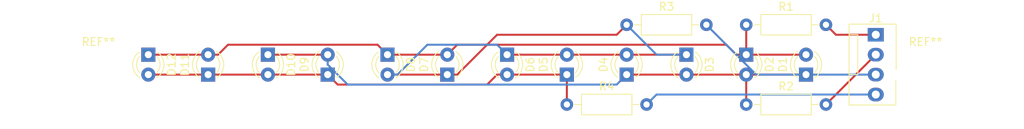
<source format=kicad_pcb>
(kicad_pcb (version 4) (host pcbnew 4.0.7-e2-6376~61~ubuntu18.04.1)

  (general
    (links 28)
    (no_connects 0)
    (area 25.471429 66.565 157.408572 83.395)
    (thickness 1.6)
    (drawings 0)
    (tracks 51)
    (zones 0)
    (modules 19)
    (nets 9)
  )

  (page A4)
  (layers
    (0 F.Cu signal)
    (31 B.Cu signal)
    (32 B.Adhes user)
    (33 F.Adhes user)
    (34 B.Paste user)
    (35 F.Paste user)
    (36 B.SilkS user)
    (37 F.SilkS user)
    (38 B.Mask user)
    (39 F.Mask user)
    (40 Dwgs.User user)
    (41 Cmts.User user)
    (42 Eco1.User user)
    (43 Eco2.User user)
    (44 Edge.Cuts user)
    (45 Margin user)
    (46 B.CrtYd user)
    (47 F.CrtYd user)
    (48 B.Fab user)
    (49 F.Fab user)
  )

  (setup
    (last_trace_width 0.25)
    (trace_clearance 0.2)
    (zone_clearance 0.508)
    (zone_45_only no)
    (trace_min 0.2)
    (segment_width 0.2)
    (edge_width 0.15)
    (via_size 0.6)
    (via_drill 0.4)
    (via_min_size 0.4)
    (via_min_drill 0.3)
    (uvia_size 0.3)
    (uvia_drill 0.1)
    (uvias_allowed no)
    (uvia_min_size 0.2)
    (uvia_min_drill 0.1)
    (pcb_text_width 0.3)
    (pcb_text_size 1.5 1.5)
    (mod_edge_width 0.15)
    (mod_text_size 1 1)
    (mod_text_width 0.15)
    (pad_size 1.524 1.524)
    (pad_drill 0.762)
    (pad_to_mask_clearance 0.2)
    (aux_axis_origin 0 0)
    (visible_elements FFFFF77F)
    (pcbplotparams
      (layerselection 0x00030_80000001)
      (usegerberextensions false)
      (excludeedgelayer true)
      (linewidth 0.100000)
      (plotframeref false)
      (viasonmask false)
      (mode 1)
      (useauxorigin false)
      (hpglpennumber 1)
      (hpglpenspeed 20)
      (hpglpendiameter 15)
      (hpglpenoverlay 2)
      (psnegative false)
      (psa4output false)
      (plotreference true)
      (plotvalue true)
      (plotinvisibletext false)
      (padsonsilk false)
      (subtractmaskfromsilk false)
      (outputformat 1)
      (mirror false)
      (drillshape 1)
      (scaleselection 1)
      (outputdirectory ""))
  )

  (net 0 "")
  (net 1 "Net-(D1-Pad1)")
  (net 2 "Net-(D1-Pad2)")
  (net 3 "Net-(D3-Pad1)")
  (net 4 "Net-(D10-Pad2)")
  (net 5 PIN1)
  (net 6 PIN2)
  (net 7 PIN3)
  (net 8 PIN4)

  (net_class Default "This is the default net class."
    (clearance 0.2)
    (trace_width 0.25)
    (via_dia 0.6)
    (via_drill 0.4)
    (uvia_dia 0.3)
    (uvia_drill 0.1)
    (add_net "Net-(D1-Pad1)")
    (add_net "Net-(D1-Pad2)")
    (add_net "Net-(D10-Pad2)")
    (add_net "Net-(D3-Pad1)")
    (add_net PIN1)
    (add_net PIN2)
    (add_net PIN3)
    (add_net PIN4)
  )

  (module LEDs:LED_D3.0mm (layer F.Cu) (tedit 587A3A7B) (tstamp 5B203880)
    (at 97.79 76.2 90)
    (descr "LED, diameter 3.0mm, 2 pins")
    (tags "LED diameter 3.0mm 2 pins")
    (path /5B1EF05E)
    (fp_text reference D5 (at 1.27 -2.96 90) (layer F.SilkS)
      (effects (font (size 1 1) (thickness 0.15)))
    )
    (fp_text value LED (at 1.27 2.96 90) (layer F.Fab)
      (effects (font (size 1 1) (thickness 0.15)))
    )
    (fp_arc (start 1.27 0) (end -0.23 -1.16619) (angle 284.3) (layer F.Fab) (width 0.1))
    (fp_arc (start 1.27 0) (end -0.29 -1.235516) (angle 108.8) (layer F.SilkS) (width 0.12))
    (fp_arc (start 1.27 0) (end -0.29 1.235516) (angle -108.8) (layer F.SilkS) (width 0.12))
    (fp_arc (start 1.27 0) (end 0.229039 -1.08) (angle 87.9) (layer F.SilkS) (width 0.12))
    (fp_arc (start 1.27 0) (end 0.229039 1.08) (angle -87.9) (layer F.SilkS) (width 0.12))
    (fp_circle (center 1.27 0) (end 2.77 0) (layer F.Fab) (width 0.1))
    (fp_line (start -0.23 -1.16619) (end -0.23 1.16619) (layer F.Fab) (width 0.1))
    (fp_line (start -0.29 -1.236) (end -0.29 -1.08) (layer F.SilkS) (width 0.12))
    (fp_line (start -0.29 1.08) (end -0.29 1.236) (layer F.SilkS) (width 0.12))
    (fp_line (start -1.15 -2.25) (end -1.15 2.25) (layer F.CrtYd) (width 0.05))
    (fp_line (start -1.15 2.25) (end 3.7 2.25) (layer F.CrtYd) (width 0.05))
    (fp_line (start 3.7 2.25) (end 3.7 -2.25) (layer F.CrtYd) (width 0.05))
    (fp_line (start 3.7 -2.25) (end -1.15 -2.25) (layer F.CrtYd) (width 0.05))
    (pad 1 thru_hole rect (at 0 0 90) (size 1.8 1.8) (drill 0.9) (layers *.Cu *.Mask)
      (net 4 "Net-(D10-Pad2)"))
    (pad 2 thru_hole circle (at 2.54 0 90) (size 1.8 1.8) (drill 0.9) (layers *.Cu *.Mask)
      (net 3 "Net-(D3-Pad1)"))
    (model ${KISYS3DMOD}/LEDs.3dshapes/LED_D3.0mm.wrl
      (at (xyz 0 0 0))
      (scale (xyz 0.393701 0.393701 0.393701))
      (rotate (xyz 0 0 0))
    )
  )

  (module LEDs:LED_D3.0mm (layer F.Cu) (tedit 5B20B694) (tstamp 5B203834)
    (at 128.27 76.2 90)
    (descr "LED, diameter 3.0mm, 2 pins")
    (tags "LED diameter 3.0mm 2 pins")
    (path /5B1EEEC4)
    (fp_text reference D1 (at 1.27 -2.96 90) (layer F.SilkS)
      (effects (font (size 1 1) (thickness 0.15)))
    )
    (fp_text value LED (at 1.27 2.96 180) (layer F.Fab)
      (effects (font (size 1 1) (thickness 0.15)))
    )
    (fp_arc (start 1.27 0) (end -0.23 -1.16619) (angle 284.3) (layer F.Fab) (width 0.1))
    (fp_arc (start 1.27 0) (end -0.29 -1.235516) (angle 108.8) (layer F.SilkS) (width 0.12))
    (fp_arc (start 1.27 0) (end -0.29 1.235516) (angle -108.8) (layer F.SilkS) (width 0.12))
    (fp_arc (start 1.27 0) (end 0.229039 -1.08) (angle 87.9) (layer F.SilkS) (width 0.12))
    (fp_arc (start 1.27 0) (end 0.229039 1.08) (angle -87.9) (layer F.SilkS) (width 0.12))
    (fp_circle (center 1.27 0) (end 2.77 0) (layer F.Fab) (width 0.1))
    (fp_line (start -0.23 -1.16619) (end -0.23 1.16619) (layer F.Fab) (width 0.1))
    (fp_line (start -0.29 -1.236) (end -0.29 -1.08) (layer F.SilkS) (width 0.12))
    (fp_line (start -0.29 1.08) (end -0.29 1.236) (layer F.SilkS) (width 0.12))
    (fp_line (start -1.15 -2.25) (end -1.15 2.25) (layer F.CrtYd) (width 0.05))
    (fp_line (start -1.15 2.25) (end 3.7 2.25) (layer F.CrtYd) (width 0.05))
    (fp_line (start 3.7 2.25) (end 3.7 -2.25) (layer F.CrtYd) (width 0.05))
    (fp_line (start 3.7 -2.25) (end -1.15 -2.25) (layer F.CrtYd) (width 0.05))
    (pad 1 thru_hole rect (at 0 0 90) (size 1.8 1.8) (drill 0.9) (layers *.Cu *.Mask)
      (net 1 "Net-(D1-Pad1)"))
    (pad 2 thru_hole circle (at 2.54 0 90) (size 1.8 1.8) (drill 0.9) (layers *.Cu *.Mask)
      (net 2 "Net-(D1-Pad2)"))
    (model ${KISYS3DMOD}/LEDs.3dshapes/LED_D3.0mm.wrl
      (at (xyz 0 0 0))
      (scale (xyz 0.393701 0.393701 0.393701))
      (rotate (xyz 0 0 0))
    )
  )

  (module LEDs:LED_D3.0mm (layer F.Cu) (tedit 587A3A7B) (tstamp 5B203847)
    (at 120.65 73.66 270)
    (descr "LED, diameter 3.0mm, 2 pins")
    (tags "LED diameter 3.0mm 2 pins")
    (path /5B1EEEFF)
    (fp_text reference D2 (at 1.27 -2.96 270) (layer F.SilkS)
      (effects (font (size 1 1) (thickness 0.15)))
    )
    (fp_text value LED (at 1.27 2.96 270) (layer F.Fab)
      (effects (font (size 1 1) (thickness 0.15)))
    )
    (fp_arc (start 1.27 0) (end -0.23 -1.16619) (angle 284.3) (layer F.Fab) (width 0.1))
    (fp_arc (start 1.27 0) (end -0.29 -1.235516) (angle 108.8) (layer F.SilkS) (width 0.12))
    (fp_arc (start 1.27 0) (end -0.29 1.235516) (angle -108.8) (layer F.SilkS) (width 0.12))
    (fp_arc (start 1.27 0) (end 0.229039 -1.08) (angle 87.9) (layer F.SilkS) (width 0.12))
    (fp_arc (start 1.27 0) (end 0.229039 1.08) (angle -87.9) (layer F.SilkS) (width 0.12))
    (fp_circle (center 1.27 0) (end 2.77 0) (layer F.Fab) (width 0.1))
    (fp_line (start -0.23 -1.16619) (end -0.23 1.16619) (layer F.Fab) (width 0.1))
    (fp_line (start -0.29 -1.236) (end -0.29 -1.08) (layer F.SilkS) (width 0.12))
    (fp_line (start -0.29 1.08) (end -0.29 1.236) (layer F.SilkS) (width 0.12))
    (fp_line (start -1.15 -2.25) (end -1.15 2.25) (layer F.CrtYd) (width 0.05))
    (fp_line (start -1.15 2.25) (end 3.7 2.25) (layer F.CrtYd) (width 0.05))
    (fp_line (start 3.7 2.25) (end 3.7 -2.25) (layer F.CrtYd) (width 0.05))
    (fp_line (start 3.7 -2.25) (end -1.15 -2.25) (layer F.CrtYd) (width 0.05))
    (pad 1 thru_hole rect (at 0 0 270) (size 1.8 1.8) (drill 0.9) (layers *.Cu *.Mask)
      (net 2 "Net-(D1-Pad2)"))
    (pad 2 thru_hole circle (at 2.54 0 270) (size 1.8 1.8) (drill 0.9) (layers *.Cu *.Mask)
      (net 1 "Net-(D1-Pad1)"))
    (model ${KISYS3DMOD}/LEDs.3dshapes/LED_D3.0mm.wrl
      (at (xyz 0 0 0))
      (scale (xyz 0.393701 0.393701 0.393701))
      (rotate (xyz 0 0 0))
    )
  )

  (module LEDs:LED_D3.0mm (layer F.Cu) (tedit 587A3A7B) (tstamp 5B20385A)
    (at 113.03 73.66 270)
    (descr "LED, diameter 3.0mm, 2 pins")
    (tags "LED diameter 3.0mm 2 pins")
    (path /5B1EEF3A)
    (fp_text reference D3 (at 1.27 -2.96 270) (layer F.SilkS)
      (effects (font (size 1 1) (thickness 0.15)))
    )
    (fp_text value LED (at 1.27 2.96 270) (layer F.Fab)
      (effects (font (size 1 1) (thickness 0.15)))
    )
    (fp_arc (start 1.27 0) (end -0.23 -1.16619) (angle 284.3) (layer F.Fab) (width 0.1))
    (fp_arc (start 1.27 0) (end -0.29 -1.235516) (angle 108.8) (layer F.SilkS) (width 0.12))
    (fp_arc (start 1.27 0) (end -0.29 1.235516) (angle -108.8) (layer F.SilkS) (width 0.12))
    (fp_arc (start 1.27 0) (end 0.229039 -1.08) (angle 87.9) (layer F.SilkS) (width 0.12))
    (fp_arc (start 1.27 0) (end 0.229039 1.08) (angle -87.9) (layer F.SilkS) (width 0.12))
    (fp_circle (center 1.27 0) (end 2.77 0) (layer F.Fab) (width 0.1))
    (fp_line (start -0.23 -1.16619) (end -0.23 1.16619) (layer F.Fab) (width 0.1))
    (fp_line (start -0.29 -1.236) (end -0.29 -1.08) (layer F.SilkS) (width 0.12))
    (fp_line (start -0.29 1.08) (end -0.29 1.236) (layer F.SilkS) (width 0.12))
    (fp_line (start -1.15 -2.25) (end -1.15 2.25) (layer F.CrtYd) (width 0.05))
    (fp_line (start -1.15 2.25) (end 3.7 2.25) (layer F.CrtYd) (width 0.05))
    (fp_line (start 3.7 2.25) (end 3.7 -2.25) (layer F.CrtYd) (width 0.05))
    (fp_line (start 3.7 -2.25) (end -1.15 -2.25) (layer F.CrtYd) (width 0.05))
    (pad 1 thru_hole rect (at 0 0 270) (size 1.8 1.8) (drill 0.9) (layers *.Cu *.Mask)
      (net 3 "Net-(D3-Pad1)"))
    (pad 2 thru_hole circle (at 2.54 0 270) (size 1.8 1.8) (drill 0.9) (layers *.Cu *.Mask)
      (net 1 "Net-(D1-Pad1)"))
    (model ${KISYS3DMOD}/LEDs.3dshapes/LED_D3.0mm.wrl
      (at (xyz 0 0 0))
      (scale (xyz 0.393701 0.393701 0.393701))
      (rotate (xyz 0 0 0))
    )
  )

  (module LEDs:LED_D3.0mm (layer F.Cu) (tedit 587A3A7B) (tstamp 5B20386D)
    (at 105.41 76.2 90)
    (descr "LED, diameter 3.0mm, 2 pins")
    (tags "LED diameter 3.0mm 2 pins")
    (path /5B1EEFE7)
    (fp_text reference D4 (at 1.27 -2.96 90) (layer F.SilkS)
      (effects (font (size 1 1) (thickness 0.15)))
    )
    (fp_text value LED (at 1.27 2.96 90) (layer F.Fab)
      (effects (font (size 1 1) (thickness 0.15)))
    )
    (fp_arc (start 1.27 0) (end -0.23 -1.16619) (angle 284.3) (layer F.Fab) (width 0.1))
    (fp_arc (start 1.27 0) (end -0.29 -1.235516) (angle 108.8) (layer F.SilkS) (width 0.12))
    (fp_arc (start 1.27 0) (end -0.29 1.235516) (angle -108.8) (layer F.SilkS) (width 0.12))
    (fp_arc (start 1.27 0) (end 0.229039 -1.08) (angle 87.9) (layer F.SilkS) (width 0.12))
    (fp_arc (start 1.27 0) (end 0.229039 1.08) (angle -87.9) (layer F.SilkS) (width 0.12))
    (fp_circle (center 1.27 0) (end 2.77 0) (layer F.Fab) (width 0.1))
    (fp_line (start -0.23 -1.16619) (end -0.23 1.16619) (layer F.Fab) (width 0.1))
    (fp_line (start -0.29 -1.236) (end -0.29 -1.08) (layer F.SilkS) (width 0.12))
    (fp_line (start -0.29 1.08) (end -0.29 1.236) (layer F.SilkS) (width 0.12))
    (fp_line (start -1.15 -2.25) (end -1.15 2.25) (layer F.CrtYd) (width 0.05))
    (fp_line (start -1.15 2.25) (end 3.7 2.25) (layer F.CrtYd) (width 0.05))
    (fp_line (start 3.7 2.25) (end 3.7 -2.25) (layer F.CrtYd) (width 0.05))
    (fp_line (start 3.7 -2.25) (end -1.15 -2.25) (layer F.CrtYd) (width 0.05))
    (pad 1 thru_hole rect (at 0 0 90) (size 1.8 1.8) (drill 0.9) (layers *.Cu *.Mask)
      (net 1 "Net-(D1-Pad1)"))
    (pad 2 thru_hole circle (at 2.54 0 90) (size 1.8 1.8) (drill 0.9) (layers *.Cu *.Mask)
      (net 3 "Net-(D3-Pad1)"))
    (model ${KISYS3DMOD}/LEDs.3dshapes/LED_D3.0mm.wrl
      (at (xyz 0 0 0))
      (scale (xyz 0.393701 0.393701 0.393701))
      (rotate (xyz 0 0 0))
    )
  )

  (module LEDs:LED_D3.0mm (layer F.Cu) (tedit 587A3A7B) (tstamp 5B203893)
    (at 90.17 73.66 270)
    (descr "LED, diameter 3.0mm, 2 pins")
    (tags "LED diameter 3.0mm 2 pins")
    (path /5B1EF0ED)
    (fp_text reference D6 (at 1.27 -2.96 270) (layer F.SilkS)
      (effects (font (size 1 1) (thickness 0.15)))
    )
    (fp_text value LED (at 1.27 2.96 270) (layer F.Fab)
      (effects (font (size 1 1) (thickness 0.15)))
    )
    (fp_arc (start 1.27 0) (end -0.23 -1.16619) (angle 284.3) (layer F.Fab) (width 0.1))
    (fp_arc (start 1.27 0) (end -0.29 -1.235516) (angle 108.8) (layer F.SilkS) (width 0.12))
    (fp_arc (start 1.27 0) (end -0.29 1.235516) (angle -108.8) (layer F.SilkS) (width 0.12))
    (fp_arc (start 1.27 0) (end 0.229039 -1.08) (angle 87.9) (layer F.SilkS) (width 0.12))
    (fp_arc (start 1.27 0) (end 0.229039 1.08) (angle -87.9) (layer F.SilkS) (width 0.12))
    (fp_circle (center 1.27 0) (end 2.77 0) (layer F.Fab) (width 0.1))
    (fp_line (start -0.23 -1.16619) (end -0.23 1.16619) (layer F.Fab) (width 0.1))
    (fp_line (start -0.29 -1.236) (end -0.29 -1.08) (layer F.SilkS) (width 0.12))
    (fp_line (start -0.29 1.08) (end -0.29 1.236) (layer F.SilkS) (width 0.12))
    (fp_line (start -1.15 -2.25) (end -1.15 2.25) (layer F.CrtYd) (width 0.05))
    (fp_line (start -1.15 2.25) (end 3.7 2.25) (layer F.CrtYd) (width 0.05))
    (fp_line (start 3.7 2.25) (end 3.7 -2.25) (layer F.CrtYd) (width 0.05))
    (fp_line (start 3.7 -2.25) (end -1.15 -2.25) (layer F.CrtYd) (width 0.05))
    (pad 1 thru_hole rect (at 0 0 270) (size 1.8 1.8) (drill 0.9) (layers *.Cu *.Mask)
      (net 3 "Net-(D3-Pad1)"))
    (pad 2 thru_hole circle (at 2.54 0 270) (size 1.8 1.8) (drill 0.9) (layers *.Cu *.Mask)
      (net 4 "Net-(D10-Pad2)"))
    (model ${KISYS3DMOD}/LEDs.3dshapes/LED_D3.0mm.wrl
      (at (xyz 0 0 0))
      (scale (xyz 0.393701 0.393701 0.393701))
      (rotate (xyz 0 0 0))
    )
  )

  (module LEDs:LED_D3.0mm (layer F.Cu) (tedit 587A3A7B) (tstamp 5B2038A6)
    (at 82.55 76.2 90)
    (descr "LED, diameter 3.0mm, 2 pins")
    (tags "LED diameter 3.0mm 2 pins")
    (path /5B1EF180)
    (fp_text reference D7 (at 1.27 -2.96 90) (layer F.SilkS)
      (effects (font (size 1 1) (thickness 0.15)))
    )
    (fp_text value LED (at 1.27 2.96 90) (layer F.Fab)
      (effects (font (size 1 1) (thickness 0.15)))
    )
    (fp_arc (start 1.27 0) (end -0.23 -1.16619) (angle 284.3) (layer F.Fab) (width 0.1))
    (fp_arc (start 1.27 0) (end -0.29 -1.235516) (angle 108.8) (layer F.SilkS) (width 0.12))
    (fp_arc (start 1.27 0) (end -0.29 1.235516) (angle -108.8) (layer F.SilkS) (width 0.12))
    (fp_arc (start 1.27 0) (end 0.229039 -1.08) (angle 87.9) (layer F.SilkS) (width 0.12))
    (fp_arc (start 1.27 0) (end 0.229039 1.08) (angle -87.9) (layer F.SilkS) (width 0.12))
    (fp_circle (center 1.27 0) (end 2.77 0) (layer F.Fab) (width 0.1))
    (fp_line (start -0.23 -1.16619) (end -0.23 1.16619) (layer F.Fab) (width 0.1))
    (fp_line (start -0.29 -1.236) (end -0.29 -1.08) (layer F.SilkS) (width 0.12))
    (fp_line (start -0.29 1.08) (end -0.29 1.236) (layer F.SilkS) (width 0.12))
    (fp_line (start -1.15 -2.25) (end -1.15 2.25) (layer F.CrtYd) (width 0.05))
    (fp_line (start -1.15 2.25) (end 3.7 2.25) (layer F.CrtYd) (width 0.05))
    (fp_line (start 3.7 2.25) (end 3.7 -2.25) (layer F.CrtYd) (width 0.05))
    (fp_line (start 3.7 -2.25) (end -1.15 -2.25) (layer F.CrtYd) (width 0.05))
    (pad 1 thru_hole rect (at 0 0 90) (size 1.8 1.8) (drill 0.9) (layers *.Cu *.Mask)
      (net 3 "Net-(D3-Pad1)"))
    (pad 2 thru_hole circle (at 2.54 0 90) (size 1.8 1.8) (drill 0.9) (layers *.Cu *.Mask)
      (net 2 "Net-(D1-Pad2)"))
    (model ${KISYS3DMOD}/LEDs.3dshapes/LED_D3.0mm.wrl
      (at (xyz 0 0 0))
      (scale (xyz 0.393701 0.393701 0.393701))
      (rotate (xyz 0 0 0))
    )
  )

  (module LEDs:LED_D3.0mm (layer F.Cu) (tedit 587A3A7B) (tstamp 5B2038B9)
    (at 74.93 73.66 270)
    (descr "LED, diameter 3.0mm, 2 pins")
    (tags "LED diameter 3.0mm 2 pins")
    (path /5B1EF275)
    (fp_text reference D8 (at 1.27 -2.96 270) (layer F.SilkS)
      (effects (font (size 1 1) (thickness 0.15)))
    )
    (fp_text value LED (at 1.27 2.96 270) (layer F.Fab)
      (effects (font (size 1 1) (thickness 0.15)))
    )
    (fp_arc (start 1.27 0) (end -0.23 -1.16619) (angle 284.3) (layer F.Fab) (width 0.1))
    (fp_arc (start 1.27 0) (end -0.29 -1.235516) (angle 108.8) (layer F.SilkS) (width 0.12))
    (fp_arc (start 1.27 0) (end -0.29 1.235516) (angle -108.8) (layer F.SilkS) (width 0.12))
    (fp_arc (start 1.27 0) (end 0.229039 -1.08) (angle 87.9) (layer F.SilkS) (width 0.12))
    (fp_arc (start 1.27 0) (end 0.229039 1.08) (angle -87.9) (layer F.SilkS) (width 0.12))
    (fp_circle (center 1.27 0) (end 2.77 0) (layer F.Fab) (width 0.1))
    (fp_line (start -0.23 -1.16619) (end -0.23 1.16619) (layer F.Fab) (width 0.1))
    (fp_line (start -0.29 -1.236) (end -0.29 -1.08) (layer F.SilkS) (width 0.12))
    (fp_line (start -0.29 1.08) (end -0.29 1.236) (layer F.SilkS) (width 0.12))
    (fp_line (start -1.15 -2.25) (end -1.15 2.25) (layer F.CrtYd) (width 0.05))
    (fp_line (start -1.15 2.25) (end 3.7 2.25) (layer F.CrtYd) (width 0.05))
    (fp_line (start 3.7 2.25) (end 3.7 -2.25) (layer F.CrtYd) (width 0.05))
    (fp_line (start 3.7 -2.25) (end -1.15 -2.25) (layer F.CrtYd) (width 0.05))
    (pad 1 thru_hole rect (at 0 0 270) (size 1.8 1.8) (drill 0.9) (layers *.Cu *.Mask)
      (net 2 "Net-(D1-Pad2)"))
    (pad 2 thru_hole circle (at 2.54 0 270) (size 1.8 1.8) (drill 0.9) (layers *.Cu *.Mask)
      (net 3 "Net-(D3-Pad1)"))
    (model ${KISYS3DMOD}/LEDs.3dshapes/LED_D3.0mm.wrl
      (at (xyz 0 0 0))
      (scale (xyz 0.393701 0.393701 0.393701))
      (rotate (xyz 0 0 0))
    )
  )

  (module LEDs:LED_D3.0mm (layer F.Cu) (tedit 587A3A7B) (tstamp 5B2038CC)
    (at 67.31 76.2 90)
    (descr "LED, diameter 3.0mm, 2 pins")
    (tags "LED diameter 3.0mm 2 pins")
    (path /5B1EF5BE)
    (fp_text reference D9 (at 1.27 -2.96 90) (layer F.SilkS)
      (effects (font (size 1 1) (thickness 0.15)))
    )
    (fp_text value LED (at 1.27 2.96 90) (layer F.Fab)
      (effects (font (size 1 1) (thickness 0.15)))
    )
    (fp_arc (start 1.27 0) (end -0.23 -1.16619) (angle 284.3) (layer F.Fab) (width 0.1))
    (fp_arc (start 1.27 0) (end -0.29 -1.235516) (angle 108.8) (layer F.SilkS) (width 0.12))
    (fp_arc (start 1.27 0) (end -0.29 1.235516) (angle -108.8) (layer F.SilkS) (width 0.12))
    (fp_arc (start 1.27 0) (end 0.229039 -1.08) (angle 87.9) (layer F.SilkS) (width 0.12))
    (fp_arc (start 1.27 0) (end 0.229039 1.08) (angle -87.9) (layer F.SilkS) (width 0.12))
    (fp_circle (center 1.27 0) (end 2.77 0) (layer F.Fab) (width 0.1))
    (fp_line (start -0.23 -1.16619) (end -0.23 1.16619) (layer F.Fab) (width 0.1))
    (fp_line (start -0.29 -1.236) (end -0.29 -1.08) (layer F.SilkS) (width 0.12))
    (fp_line (start -0.29 1.08) (end -0.29 1.236) (layer F.SilkS) (width 0.12))
    (fp_line (start -1.15 -2.25) (end -1.15 2.25) (layer F.CrtYd) (width 0.05))
    (fp_line (start -1.15 2.25) (end 3.7 2.25) (layer F.CrtYd) (width 0.05))
    (fp_line (start 3.7 2.25) (end 3.7 -2.25) (layer F.CrtYd) (width 0.05))
    (fp_line (start 3.7 -2.25) (end -1.15 -2.25) (layer F.CrtYd) (width 0.05))
    (pad 1 thru_hole rect (at 0 0 90) (size 1.8 1.8) (drill 0.9) (layers *.Cu *.Mask)
      (net 4 "Net-(D10-Pad2)"))
    (pad 2 thru_hole circle (at 2.54 0 90) (size 1.8 1.8) (drill 0.9) (layers *.Cu *.Mask)
      (net 1 "Net-(D1-Pad1)"))
    (model ${KISYS3DMOD}/LEDs.3dshapes/LED_D3.0mm.wrl
      (at (xyz 0 0 0))
      (scale (xyz 0.393701 0.393701 0.393701))
      (rotate (xyz 0 0 0))
    )
  )

  (module LEDs:LED_D3.0mm (layer F.Cu) (tedit 587A3A7B) (tstamp 5B2038DF)
    (at 59.69 73.66 270)
    (descr "LED, diameter 3.0mm, 2 pins")
    (tags "LED diameter 3.0mm 2 pins")
    (path /5B1EF5C4)
    (fp_text reference D10 (at 1.27 -2.96 270) (layer F.SilkS)
      (effects (font (size 1 1) (thickness 0.15)))
    )
    (fp_text value LED (at 1.27 2.96 270) (layer F.Fab)
      (effects (font (size 1 1) (thickness 0.15)))
    )
    (fp_arc (start 1.27 0) (end -0.23 -1.16619) (angle 284.3) (layer F.Fab) (width 0.1))
    (fp_arc (start 1.27 0) (end -0.29 -1.235516) (angle 108.8) (layer F.SilkS) (width 0.12))
    (fp_arc (start 1.27 0) (end -0.29 1.235516) (angle -108.8) (layer F.SilkS) (width 0.12))
    (fp_arc (start 1.27 0) (end 0.229039 -1.08) (angle 87.9) (layer F.SilkS) (width 0.12))
    (fp_arc (start 1.27 0) (end 0.229039 1.08) (angle -87.9) (layer F.SilkS) (width 0.12))
    (fp_circle (center 1.27 0) (end 2.77 0) (layer F.Fab) (width 0.1))
    (fp_line (start -0.23 -1.16619) (end -0.23 1.16619) (layer F.Fab) (width 0.1))
    (fp_line (start -0.29 -1.236) (end -0.29 -1.08) (layer F.SilkS) (width 0.12))
    (fp_line (start -0.29 1.08) (end -0.29 1.236) (layer F.SilkS) (width 0.12))
    (fp_line (start -1.15 -2.25) (end -1.15 2.25) (layer F.CrtYd) (width 0.05))
    (fp_line (start -1.15 2.25) (end 3.7 2.25) (layer F.CrtYd) (width 0.05))
    (fp_line (start 3.7 2.25) (end 3.7 -2.25) (layer F.CrtYd) (width 0.05))
    (fp_line (start 3.7 -2.25) (end -1.15 -2.25) (layer F.CrtYd) (width 0.05))
    (pad 1 thru_hole rect (at 0 0 270) (size 1.8 1.8) (drill 0.9) (layers *.Cu *.Mask)
      (net 1 "Net-(D1-Pad1)"))
    (pad 2 thru_hole circle (at 2.54 0 270) (size 1.8 1.8) (drill 0.9) (layers *.Cu *.Mask)
      (net 4 "Net-(D10-Pad2)"))
    (model ${KISYS3DMOD}/LEDs.3dshapes/LED_D3.0mm.wrl
      (at (xyz 0 0 0))
      (scale (xyz 0.393701 0.393701 0.393701))
      (rotate (xyz 0 0 0))
    )
  )

  (module LEDs:LED_D3.0mm (layer F.Cu) (tedit 587A3A7B) (tstamp 5B2038F2)
    (at 52.07 76.2 90)
    (descr "LED, diameter 3.0mm, 2 pins")
    (tags "LED diameter 3.0mm 2 pins")
    (path /5B1EF93E)
    (fp_text reference D11 (at 1.27 -2.96 90) (layer F.SilkS)
      (effects (font (size 1 1) (thickness 0.15)))
    )
    (fp_text value LED (at 1.27 2.96 90) (layer F.Fab)
      (effects (font (size 1 1) (thickness 0.15)))
    )
    (fp_arc (start 1.27 0) (end -0.23 -1.16619) (angle 284.3) (layer F.Fab) (width 0.1))
    (fp_arc (start 1.27 0) (end -0.29 -1.235516) (angle 108.8) (layer F.SilkS) (width 0.12))
    (fp_arc (start 1.27 0) (end -0.29 1.235516) (angle -108.8) (layer F.SilkS) (width 0.12))
    (fp_arc (start 1.27 0) (end 0.229039 -1.08) (angle 87.9) (layer F.SilkS) (width 0.12))
    (fp_arc (start 1.27 0) (end 0.229039 1.08) (angle -87.9) (layer F.SilkS) (width 0.12))
    (fp_circle (center 1.27 0) (end 2.77 0) (layer F.Fab) (width 0.1))
    (fp_line (start -0.23 -1.16619) (end -0.23 1.16619) (layer F.Fab) (width 0.1))
    (fp_line (start -0.29 -1.236) (end -0.29 -1.08) (layer F.SilkS) (width 0.12))
    (fp_line (start -0.29 1.08) (end -0.29 1.236) (layer F.SilkS) (width 0.12))
    (fp_line (start -1.15 -2.25) (end -1.15 2.25) (layer F.CrtYd) (width 0.05))
    (fp_line (start -1.15 2.25) (end 3.7 2.25) (layer F.CrtYd) (width 0.05))
    (fp_line (start 3.7 2.25) (end 3.7 -2.25) (layer F.CrtYd) (width 0.05))
    (fp_line (start 3.7 -2.25) (end -1.15 -2.25) (layer F.CrtYd) (width 0.05))
    (pad 1 thru_hole rect (at 0 0 90) (size 1.8 1.8) (drill 0.9) (layers *.Cu *.Mask)
      (net 4 "Net-(D10-Pad2)"))
    (pad 2 thru_hole circle (at 2.54 0 90) (size 1.8 1.8) (drill 0.9) (layers *.Cu *.Mask)
      (net 2 "Net-(D1-Pad2)"))
    (model ${KISYS3DMOD}/LEDs.3dshapes/LED_D3.0mm.wrl
      (at (xyz 0 0 0))
      (scale (xyz 0.393701 0.393701 0.393701))
      (rotate (xyz 0 0 0))
    )
  )

  (module LEDs:LED_D3.0mm (layer F.Cu) (tedit 587A3A7B) (tstamp 5B203905)
    (at 44.45 73.66 270)
    (descr "LED, diameter 3.0mm, 2 pins")
    (tags "LED diameter 3.0mm 2 pins")
    (path /5B1EF944)
    (fp_text reference D12 (at 1.27 -2.96 270) (layer F.SilkS)
      (effects (font (size 1 1) (thickness 0.15)))
    )
    (fp_text value LED (at 1.27 2.96 270) (layer F.Fab)
      (effects (font (size 1 1) (thickness 0.15)))
    )
    (fp_arc (start 1.27 0) (end -0.23 -1.16619) (angle 284.3) (layer F.Fab) (width 0.1))
    (fp_arc (start 1.27 0) (end -0.29 -1.235516) (angle 108.8) (layer F.SilkS) (width 0.12))
    (fp_arc (start 1.27 0) (end -0.29 1.235516) (angle -108.8) (layer F.SilkS) (width 0.12))
    (fp_arc (start 1.27 0) (end 0.229039 -1.08) (angle 87.9) (layer F.SilkS) (width 0.12))
    (fp_arc (start 1.27 0) (end 0.229039 1.08) (angle -87.9) (layer F.SilkS) (width 0.12))
    (fp_circle (center 1.27 0) (end 2.77 0) (layer F.Fab) (width 0.1))
    (fp_line (start -0.23 -1.16619) (end -0.23 1.16619) (layer F.Fab) (width 0.1))
    (fp_line (start -0.29 -1.236) (end -0.29 -1.08) (layer F.SilkS) (width 0.12))
    (fp_line (start -0.29 1.08) (end -0.29 1.236) (layer F.SilkS) (width 0.12))
    (fp_line (start -1.15 -2.25) (end -1.15 2.25) (layer F.CrtYd) (width 0.05))
    (fp_line (start -1.15 2.25) (end 3.7 2.25) (layer F.CrtYd) (width 0.05))
    (fp_line (start 3.7 2.25) (end 3.7 -2.25) (layer F.CrtYd) (width 0.05))
    (fp_line (start 3.7 -2.25) (end -1.15 -2.25) (layer F.CrtYd) (width 0.05))
    (pad 1 thru_hole rect (at 0 0 270) (size 1.8 1.8) (drill 0.9) (layers *.Cu *.Mask)
      (net 2 "Net-(D1-Pad2)"))
    (pad 2 thru_hole circle (at 2.54 0 270) (size 1.8 1.8) (drill 0.9) (layers *.Cu *.Mask)
      (net 4 "Net-(D10-Pad2)"))
    (model ${KISYS3DMOD}/LEDs.3dshapes/LED_D3.0mm.wrl
      (at (xyz 0 0 0))
      (scale (xyz 0.393701 0.393701 0.393701))
      (rotate (xyz 0 0 0))
    )
  )

  (module Connectors:Fan_Pin_Header_Straight_1x04 (layer F.Cu) (tedit 58B1B768) (tstamp 5B203924)
    (at 137.16 71.12)
    (descr "4-pin CPU fan Through hole pin header")
    (tags "pin header 4-pin CPU fan")
    (path /5B1F4525)
    (fp_text reference J1 (at 0 -2.1) (layer F.SilkS)
      (effects (font (size 1 1) (thickness 0.15)))
    )
    (fp_text value Conn_01x04 (at 0 9.8) (layer F.Fab)
      (effects (font (size 1 1) (thickness 0.15)))
    )
    (fp_text user %R (at 0 -2.1) (layer F.Fab)
      (effects (font (size 1 1) (thickness 0.15)))
    )
    (fp_line (start 2.6 -1.35) (end 2.6 4.4) (layer F.SilkS) (width 0.12))
    (fp_line (start 2.55 5.75) (end 2.55 8.95) (layer F.SilkS) (width 0.12))
    (fp_line (start 2.55 8.95) (end -3.4 8.95) (layer F.SilkS) (width 0.12))
    (fp_line (start -3.4 8.95) (end -3.4 -1.35) (layer F.SilkS) (width 0.12))
    (fp_line (start -3.4 -1.35) (end 2.6 -1.35) (layer F.SilkS) (width 0.12))
    (fp_line (start -3.3 5.1) (end -2.3 5.1) (layer F.Fab) (width 0.1))
    (fp_line (start -2.3 5.1) (end -2.3 0) (layer F.Fab) (width 0.1))
    (fp_line (start -2.3 0) (end -3.3 0) (layer F.Fab) (width 0.1))
    (fp_line (start 2.5 5.75) (end 2.5 8.85) (layer F.Fab) (width 0.1))
    (fp_line (start 2.5 8.85) (end -3.3 8.85) (layer F.Fab) (width 0.1))
    (fp_line (start -3.3 8.85) (end -3.3 -1.2) (layer F.Fab) (width 0.1))
    (fp_line (start -3.3 -1.2) (end -3.3 -1.25) (layer F.Fab) (width 0.1))
    (fp_line (start -3.3 -1.25) (end 2.5 -1.25) (layer F.Fab) (width 0.1))
    (fp_line (start 2.5 -1.25) (end 2.5 4.4) (layer F.Fab) (width 0.1))
    (fp_line (start -3.3 0) (end -2.29 0) (layer F.SilkS) (width 0.12))
    (fp_line (start -2.29 0) (end -2.29 5.08) (layer F.SilkS) (width 0.12))
    (fp_line (start -2.29 5.08) (end -3.3 5.08) (layer F.SilkS) (width 0.12))
    (fp_line (start -3.8 -1.75) (end 3.68 -1.75) (layer F.CrtYd) (width 0.05))
    (fp_line (start -3.8 -1.75) (end -3.8 9.35) (layer F.CrtYd) (width 0.05))
    (fp_line (start 3.68 9.35) (end 3.68 -1.75) (layer F.CrtYd) (width 0.05))
    (fp_line (start 3.68 9.35) (end -3.8 9.35) (layer F.CrtYd) (width 0.05))
    (pad 1 thru_hole rect (at 0 0) (size 2.03 1.73) (drill 1.02) (layers *.Cu *.Mask)
      (net 5 PIN1))
    (pad 2 thru_hole oval (at 0 2.54) (size 2.03 1.73) (drill 1.02) (layers *.Cu *.Mask)
      (net 6 PIN2))
    (pad 3 thru_hole oval (at 0 5.08) (size 2.03 1.73) (drill 1.02) (layers *.Cu *.Mask)
      (net 7 PIN3))
    (pad 4 thru_hole oval (at 0 7.62) (size 2.03 1.73) (drill 1.02) (layers *.Cu *.Mask)
      (net 8 PIN4))
    (pad "" np_thru_hole circle (at 2.16 5.08) (size 1.1 1.1) (drill 1.1) (layers *.Cu *.Mask))
    (model Connectors.3dshapes\Fan_Pin_Header_Straight_1x04.wrl
      (at (xyz 0 0 0))
      (scale (xyz 0.39 0.39 0.39))
      (rotate (xyz 0 0 -90))
    )
  )

  (module Resistors_THT:R_Axial_DIN0207_L6.3mm_D2.5mm_P10.16mm_Horizontal (layer F.Cu) (tedit 5874F706) (tstamp 5B20393A)
    (at 120.65 69.85)
    (descr "Resistor, Axial_DIN0207 series, Axial, Horizontal, pin pitch=10.16mm, 0.25W = 1/4W, length*diameter=6.3*2.5mm^2, http://cdn-reichelt.de/documents/datenblatt/B400/1_4W%23YAG.pdf")
    (tags "Resistor Axial_DIN0207 series Axial Horizontal pin pitch 10.16mm 0.25W = 1/4W length 6.3mm diameter 2.5mm")
    (path /5B1ECBEE)
    (fp_text reference R1 (at 5.08 -2.31) (layer F.SilkS)
      (effects (font (size 1 1) (thickness 0.15)))
    )
    (fp_text value R (at 5.08 2.31) (layer F.Fab)
      (effects (font (size 1 1) (thickness 0.15)))
    )
    (fp_line (start 1.93 -1.25) (end 1.93 1.25) (layer F.Fab) (width 0.1))
    (fp_line (start 1.93 1.25) (end 8.23 1.25) (layer F.Fab) (width 0.1))
    (fp_line (start 8.23 1.25) (end 8.23 -1.25) (layer F.Fab) (width 0.1))
    (fp_line (start 8.23 -1.25) (end 1.93 -1.25) (layer F.Fab) (width 0.1))
    (fp_line (start 0 0) (end 1.93 0) (layer F.Fab) (width 0.1))
    (fp_line (start 10.16 0) (end 8.23 0) (layer F.Fab) (width 0.1))
    (fp_line (start 1.87 -1.31) (end 1.87 1.31) (layer F.SilkS) (width 0.12))
    (fp_line (start 1.87 1.31) (end 8.29 1.31) (layer F.SilkS) (width 0.12))
    (fp_line (start 8.29 1.31) (end 8.29 -1.31) (layer F.SilkS) (width 0.12))
    (fp_line (start 8.29 -1.31) (end 1.87 -1.31) (layer F.SilkS) (width 0.12))
    (fp_line (start 0.98 0) (end 1.87 0) (layer F.SilkS) (width 0.12))
    (fp_line (start 9.18 0) (end 8.29 0) (layer F.SilkS) (width 0.12))
    (fp_line (start -1.05 -1.6) (end -1.05 1.6) (layer F.CrtYd) (width 0.05))
    (fp_line (start -1.05 1.6) (end 11.25 1.6) (layer F.CrtYd) (width 0.05))
    (fp_line (start 11.25 1.6) (end 11.25 -1.6) (layer F.CrtYd) (width 0.05))
    (fp_line (start 11.25 -1.6) (end -1.05 -1.6) (layer F.CrtYd) (width 0.05))
    (pad 1 thru_hole circle (at 0 0) (size 1.6 1.6) (drill 0.8) (layers *.Cu *.Mask)
      (net 2 "Net-(D1-Pad2)"))
    (pad 2 thru_hole oval (at 10.16 0) (size 1.6 1.6) (drill 0.8) (layers *.Cu *.Mask)
      (net 5 PIN1))
    (model ${KISYS3DMOD}/Resistors_THT.3dshapes/R_Axial_DIN0207_L6.3mm_D2.5mm_P10.16mm_Horizontal.wrl
      (at (xyz 0 0 0))
      (scale (xyz 0.393701 0.393701 0.393701))
      (rotate (xyz 0 0 0))
    )
  )

  (module Resistors_THT:R_Axial_DIN0207_L6.3mm_D2.5mm_P10.16mm_Horizontal (layer F.Cu) (tedit 5874F706) (tstamp 5B203950)
    (at 120.65 80.01)
    (descr "Resistor, Axial_DIN0207 series, Axial, Horizontal, pin pitch=10.16mm, 0.25W = 1/4W, length*diameter=6.3*2.5mm^2, http://cdn-reichelt.de/documents/datenblatt/B400/1_4W%23YAG.pdf")
    (tags "Resistor Axial_DIN0207 series Axial Horizontal pin pitch 10.16mm 0.25W = 1/4W length 6.3mm diameter 2.5mm")
    (path /5B1ECCA1)
    (fp_text reference R2 (at 5.08 -2.31) (layer F.SilkS)
      (effects (font (size 1 1) (thickness 0.15)))
    )
    (fp_text value R (at 5.08 2.31) (layer F.Fab)
      (effects (font (size 1 1) (thickness 0.15)))
    )
    (fp_line (start 1.93 -1.25) (end 1.93 1.25) (layer F.Fab) (width 0.1))
    (fp_line (start 1.93 1.25) (end 8.23 1.25) (layer F.Fab) (width 0.1))
    (fp_line (start 8.23 1.25) (end 8.23 -1.25) (layer F.Fab) (width 0.1))
    (fp_line (start 8.23 -1.25) (end 1.93 -1.25) (layer F.Fab) (width 0.1))
    (fp_line (start 0 0) (end 1.93 0) (layer F.Fab) (width 0.1))
    (fp_line (start 10.16 0) (end 8.23 0) (layer F.Fab) (width 0.1))
    (fp_line (start 1.87 -1.31) (end 1.87 1.31) (layer F.SilkS) (width 0.12))
    (fp_line (start 1.87 1.31) (end 8.29 1.31) (layer F.SilkS) (width 0.12))
    (fp_line (start 8.29 1.31) (end 8.29 -1.31) (layer F.SilkS) (width 0.12))
    (fp_line (start 8.29 -1.31) (end 1.87 -1.31) (layer F.SilkS) (width 0.12))
    (fp_line (start 0.98 0) (end 1.87 0) (layer F.SilkS) (width 0.12))
    (fp_line (start 9.18 0) (end 8.29 0) (layer F.SilkS) (width 0.12))
    (fp_line (start -1.05 -1.6) (end -1.05 1.6) (layer F.CrtYd) (width 0.05))
    (fp_line (start -1.05 1.6) (end 11.25 1.6) (layer F.CrtYd) (width 0.05))
    (fp_line (start 11.25 1.6) (end 11.25 -1.6) (layer F.CrtYd) (width 0.05))
    (fp_line (start 11.25 -1.6) (end -1.05 -1.6) (layer F.CrtYd) (width 0.05))
    (pad 1 thru_hole circle (at 0 0) (size 1.6 1.6) (drill 0.8) (layers *.Cu *.Mask)
      (net 1 "Net-(D1-Pad1)"))
    (pad 2 thru_hole oval (at 10.16 0) (size 1.6 1.6) (drill 0.8) (layers *.Cu *.Mask)
      (net 6 PIN2))
    (model ${KISYS3DMOD}/Resistors_THT.3dshapes/R_Axial_DIN0207_L6.3mm_D2.5mm_P10.16mm_Horizontal.wrl
      (at (xyz 0 0 0))
      (scale (xyz 0.393701 0.393701 0.393701))
      (rotate (xyz 0 0 0))
    )
  )

  (module Resistors_THT:R_Axial_DIN0207_L6.3mm_D2.5mm_P10.16mm_Horizontal (layer F.Cu) (tedit 5874F706) (tstamp 5B203966)
    (at 105.41 69.85)
    (descr "Resistor, Axial_DIN0207 series, Axial, Horizontal, pin pitch=10.16mm, 0.25W = 1/4W, length*diameter=6.3*2.5mm^2, http://cdn-reichelt.de/documents/datenblatt/B400/1_4W%23YAG.pdf")
    (tags "Resistor Axial_DIN0207 series Axial Horizontal pin pitch 10.16mm 0.25W = 1/4W length 6.3mm diameter 2.5mm")
    (path /5B1ECCD2)
    (fp_text reference R3 (at 5.08 -2.31) (layer F.SilkS)
      (effects (font (size 1 1) (thickness 0.15)))
    )
    (fp_text value R (at 5.08 2.31) (layer F.Fab)
      (effects (font (size 1 1) (thickness 0.15)))
    )
    (fp_line (start 1.93 -1.25) (end 1.93 1.25) (layer F.Fab) (width 0.1))
    (fp_line (start 1.93 1.25) (end 8.23 1.25) (layer F.Fab) (width 0.1))
    (fp_line (start 8.23 1.25) (end 8.23 -1.25) (layer F.Fab) (width 0.1))
    (fp_line (start 8.23 -1.25) (end 1.93 -1.25) (layer F.Fab) (width 0.1))
    (fp_line (start 0 0) (end 1.93 0) (layer F.Fab) (width 0.1))
    (fp_line (start 10.16 0) (end 8.23 0) (layer F.Fab) (width 0.1))
    (fp_line (start 1.87 -1.31) (end 1.87 1.31) (layer F.SilkS) (width 0.12))
    (fp_line (start 1.87 1.31) (end 8.29 1.31) (layer F.SilkS) (width 0.12))
    (fp_line (start 8.29 1.31) (end 8.29 -1.31) (layer F.SilkS) (width 0.12))
    (fp_line (start 8.29 -1.31) (end 1.87 -1.31) (layer F.SilkS) (width 0.12))
    (fp_line (start 0.98 0) (end 1.87 0) (layer F.SilkS) (width 0.12))
    (fp_line (start 9.18 0) (end 8.29 0) (layer F.SilkS) (width 0.12))
    (fp_line (start -1.05 -1.6) (end -1.05 1.6) (layer F.CrtYd) (width 0.05))
    (fp_line (start -1.05 1.6) (end 11.25 1.6) (layer F.CrtYd) (width 0.05))
    (fp_line (start 11.25 1.6) (end 11.25 -1.6) (layer F.CrtYd) (width 0.05))
    (fp_line (start 11.25 -1.6) (end -1.05 -1.6) (layer F.CrtYd) (width 0.05))
    (pad 1 thru_hole circle (at 0 0) (size 1.6 1.6) (drill 0.8) (layers *.Cu *.Mask)
      (net 3 "Net-(D3-Pad1)"))
    (pad 2 thru_hole oval (at 10.16 0) (size 1.6 1.6) (drill 0.8) (layers *.Cu *.Mask)
      (net 7 PIN3))
    (model ${KISYS3DMOD}/Resistors_THT.3dshapes/R_Axial_DIN0207_L6.3mm_D2.5mm_P10.16mm_Horizontal.wrl
      (at (xyz 0 0 0))
      (scale (xyz 0.393701 0.393701 0.393701))
      (rotate (xyz 0 0 0))
    )
  )

  (module Resistors_THT:R_Axial_DIN0207_L6.3mm_D2.5mm_P10.16mm_Horizontal (layer F.Cu) (tedit 5874F706) (tstamp 5B20397C)
    (at 97.79 80.01)
    (descr "Resistor, Axial_DIN0207 series, Axial, Horizontal, pin pitch=10.16mm, 0.25W = 1/4W, length*diameter=6.3*2.5mm^2, http://cdn-reichelt.de/documents/datenblatt/B400/1_4W%23YAG.pdf")
    (tags "Resistor Axial_DIN0207 series Axial Horizontal pin pitch 10.16mm 0.25W = 1/4W length 6.3mm diameter 2.5mm")
    (path /5B1ECCF5)
    (fp_text reference R4 (at 5.08 -2.31) (layer F.SilkS)
      (effects (font (size 1 1) (thickness 0.15)))
    )
    (fp_text value R (at 5.08 2.31) (layer F.Fab)
      (effects (font (size 1 1) (thickness 0.15)))
    )
    (fp_line (start 1.93 -1.25) (end 1.93 1.25) (layer F.Fab) (width 0.1))
    (fp_line (start 1.93 1.25) (end 8.23 1.25) (layer F.Fab) (width 0.1))
    (fp_line (start 8.23 1.25) (end 8.23 -1.25) (layer F.Fab) (width 0.1))
    (fp_line (start 8.23 -1.25) (end 1.93 -1.25) (layer F.Fab) (width 0.1))
    (fp_line (start 0 0) (end 1.93 0) (layer F.Fab) (width 0.1))
    (fp_line (start 10.16 0) (end 8.23 0) (layer F.Fab) (width 0.1))
    (fp_line (start 1.87 -1.31) (end 1.87 1.31) (layer F.SilkS) (width 0.12))
    (fp_line (start 1.87 1.31) (end 8.29 1.31) (layer F.SilkS) (width 0.12))
    (fp_line (start 8.29 1.31) (end 8.29 -1.31) (layer F.SilkS) (width 0.12))
    (fp_line (start 8.29 -1.31) (end 1.87 -1.31) (layer F.SilkS) (width 0.12))
    (fp_line (start 0.98 0) (end 1.87 0) (layer F.SilkS) (width 0.12))
    (fp_line (start 9.18 0) (end 8.29 0) (layer F.SilkS) (width 0.12))
    (fp_line (start -1.05 -1.6) (end -1.05 1.6) (layer F.CrtYd) (width 0.05))
    (fp_line (start -1.05 1.6) (end 11.25 1.6) (layer F.CrtYd) (width 0.05))
    (fp_line (start 11.25 1.6) (end 11.25 -1.6) (layer F.CrtYd) (width 0.05))
    (fp_line (start 11.25 -1.6) (end -1.05 -1.6) (layer F.CrtYd) (width 0.05))
    (pad 1 thru_hole circle (at 0 0) (size 1.6 1.6) (drill 0.8) (layers *.Cu *.Mask)
      (net 4 "Net-(D10-Pad2)"))
    (pad 2 thru_hole oval (at 10.16 0) (size 1.6 1.6) (drill 0.8) (layers *.Cu *.Mask)
      (net 8 PIN4))
    (model ${KISYS3DMOD}/Resistors_THT.3dshapes/R_Axial_DIN0207_L6.3mm_D2.5mm_P10.16mm_Horizontal.wrl
      (at (xyz 0 0 0))
      (scale (xyz 0.393701 0.393701 0.393701))
      (rotate (xyz 0 0 0))
    )
  )

  (module Mounting_Holes:MountingHole_2.2mm_M2_DIN965 (layer F.Cu) (tedit 56D1B4CB) (tstamp 5B242855)
    (at 38.1 74.93)
    (descr "Mounting Hole 2.2mm, no annular, M2, DIN965")
    (tags "mounting hole 2.2mm no annular m2 din965")
    (attr virtual)
    (fp_text reference REF** (at 0 -2.9) (layer F.SilkS)
      (effects (font (size 1 1) (thickness 0.15)))
    )
    (fp_text value MountingHole_2.2mm_M2_DIN965 (at 0 2.9) (layer F.Fab)
      (effects (font (size 1 1) (thickness 0.15)))
    )
    (fp_text user %R (at 0.3 0) (layer F.Fab)
      (effects (font (size 1 1) (thickness 0.15)))
    )
    (fp_circle (center 0 0) (end 1.9 0) (layer Cmts.User) (width 0.15))
    (fp_circle (center 0 0) (end 2.15 0) (layer F.CrtYd) (width 0.05))
    (pad 1 np_thru_hole circle (at 0 0) (size 2.2 2.2) (drill 2.2) (layers *.Cu *.Mask))
  )

  (module Mounting_Holes:MountingHole_2.2mm_M2_DIN965 (layer F.Cu) (tedit 56D1B4CB) (tstamp 5B24285D)
    (at 143.51 74.93)
    (descr "Mounting Hole 2.2mm, no annular, M2, DIN965")
    (tags "mounting hole 2.2mm no annular m2 din965")
    (attr virtual)
    (fp_text reference REF** (at 0 -2.9) (layer F.SilkS)
      (effects (font (size 1 1) (thickness 0.15)))
    )
    (fp_text value MountingHole_2.2mm_M2_DIN965 (at 0 2.9) (layer F.Fab)
      (effects (font (size 1 1) (thickness 0.15)))
    )
    (fp_text user %R (at 0.3 0) (layer F.Fab)
      (effects (font (size 1 1) (thickness 0.15)))
    )
    (fp_circle (center 0 0) (end 1.9 0) (layer Cmts.User) (width 0.15))
    (fp_circle (center 0 0) (end 2.15 0) (layer F.CrtYd) (width 0.05))
    (pad 1 np_thru_hole circle (at 0 0) (size 2.2 2.2) (drill 2.2) (layers *.Cu *.Mask))
  )

  (segment (start 67.31 73.66) (end 67.31 74.93) (width 0.25) (layer B.Cu) (net 1))
  (segment (start 67.31 74.93) (end 69.85 77.47) (width 0.25) (layer B.Cu) (net 1) (tstamp 5B23F2B2))
  (segment (start 69.85 77.47) (end 104.14 77.47) (width 0.25) (layer B.Cu) (net 1) (tstamp 5B23F2BA))
  (segment (start 104.14 77.47) (end 105.41 76.2) (width 0.25) (layer B.Cu) (net 1) (tstamp 5B23F2BD))
  (segment (start 120.65 80.01) (end 120.65 76.2) (width 0.25) (layer F.Cu) (net 1))
  (segment (start 67.31 73.66) (end 59.69 73.66) (width 0.25) (layer F.Cu) (net 1))
  (segment (start 113.03 76.2) (end 105.41 76.2) (width 0.25) (layer F.Cu) (net 1))
  (segment (start 120.65 76.2) (end 113.03 76.2) (width 0.25) (layer F.Cu) (net 1))
  (segment (start 128.27 76.2) (end 120.65 76.2) (width 0.25) (layer F.Cu) (net 1))
  (segment (start 120.65 69.85) (end 120.65 73.66) (width 0.25) (layer F.Cu) (net 2))
  (segment (start 120.65 73.66) (end 119.38 73.66) (width 0.25) (layer F.Cu) (net 2))
  (segment (start 83.82 72.39) (end 82.55 73.66) (width 0.25) (layer F.Cu) (net 2) (tstamp 5B23F01A))
  (segment (start 118.11 72.39) (end 83.82 72.39) (width 0.25) (layer F.Cu) (net 2) (tstamp 5B23F017))
  (segment (start 119.38 73.66) (end 118.11 72.39) (width 0.25) (layer F.Cu) (net 2) (tstamp 5B23F010))
  (segment (start 74.93 73.66) (end 73.66 72.39) (width 0.25) (layer F.Cu) (net 2))
  (segment (start 53.34 73.66) (end 52.07 73.66) (width 0.25) (layer F.Cu) (net 2) (tstamp 5B23EFFF))
  (segment (start 54.61 72.39) (end 53.34 73.66) (width 0.25) (layer F.Cu) (net 2) (tstamp 5B23EFFD))
  (segment (start 73.66 72.39) (end 54.61 72.39) (width 0.25) (layer F.Cu) (net 2) (tstamp 5B23EFF8))
  (segment (start 52.07 73.66) (end 44.45 73.66) (width 0.25) (layer F.Cu) (net 2))
  (segment (start 82.55 73.66) (end 74.93 73.66) (width 0.25) (layer F.Cu) (net 2))
  (segment (start 128.27 73.66) (end 120.65 73.66) (width 0.25) (layer F.Cu) (net 2))
  (segment (start 113.03 73.66) (end 109.22 73.66) (width 0.25) (layer B.Cu) (net 3))
  (segment (start 109.22 73.66) (end 105.41 69.85) (width 0.25) (layer B.Cu) (net 3) (tstamp 5B23F319))
  (segment (start 82.55 76.2) (end 83.82 76.2) (width 0.25) (layer F.Cu) (net 3))
  (segment (start 83.82 76.2) (end 88.9 71.12) (width 0.25) (layer F.Cu) (net 3) (tstamp 5B23F2DA))
  (segment (start 88.9 71.12) (end 104.14 71.12) (width 0.25) (layer F.Cu) (net 3) (tstamp 5B23F2E0))
  (segment (start 104.14 71.12) (end 105.41 69.85) (width 0.25) (layer F.Cu) (net 3) (tstamp 5B23F2E2))
  (segment (start 74.93 76.2) (end 76.2 76.2) (width 0.25) (layer B.Cu) (net 3))
  (segment (start 88.9 72.39) (end 90.17 73.66) (width 0.25) (layer B.Cu) (net 3) (tstamp 5B23F1FF))
  (segment (start 80.01 72.39) (end 88.9 72.39) (width 0.25) (layer B.Cu) (net 3) (tstamp 5B23F1FD))
  (segment (start 76.2 76.2) (end 80.01 72.39) (width 0.25) (layer B.Cu) (net 3) (tstamp 5B23F1F2))
  (segment (start 82.55 76.2) (end 74.93 76.2) (width 0.25) (layer F.Cu) (net 3))
  (segment (start 97.79 73.66) (end 90.17 73.66) (width 0.25) (layer F.Cu) (net 3))
  (segment (start 97.79 73.66) (end 105.41 73.66) (width 0.25) (layer F.Cu) (net 3))
  (segment (start 113.03 73.66) (end 105.41 73.66) (width 0.25) (layer F.Cu) (net 3))
  (segment (start 90.17 76.2) (end 88.9 76.2) (width 0.25) (layer F.Cu) (net 4))
  (segment (start 88.9 76.2) (end 87.63 77.47) (width 0.25) (layer F.Cu) (net 4) (tstamp 5B23F030))
  (segment (start 87.63 77.47) (end 68.58 77.47) (width 0.25) (layer F.Cu) (net 4) (tstamp 5B23F034))
  (segment (start 68.58 77.47) (end 67.31 76.2) (width 0.25) (layer F.Cu) (net 4) (tstamp 5B23F037))
  (segment (start 97.79 80.01) (end 97.79 76.2) (width 0.25) (layer F.Cu) (net 4))
  (segment (start 52.07 76.2) (end 44.45 76.2) (width 0.25) (layer F.Cu) (net 4))
  (segment (start 59.69 76.2) (end 52.07 76.2) (width 0.25) (layer F.Cu) (net 4))
  (segment (start 67.31 76.2) (end 59.69 76.2) (width 0.25) (layer F.Cu) (net 4))
  (segment (start 90.17 76.2) (end 97.79 76.2) (width 0.25) (layer F.Cu) (net 4))
  (segment (start 137.16 71.12) (end 132.08 71.12) (width 0.25) (layer F.Cu) (net 5))
  (segment (start 132.08 71.12) (end 130.81 69.85) (width 0.25) (layer F.Cu) (net 5) (tstamp 5B23F4E9))
  (segment (start 137.16 73.66) (end 130.81 80.01) (width 0.25) (layer F.Cu) (net 6))
  (segment (start 137.16 76.2) (end 121.92 76.2) (width 0.25) (layer B.Cu) (net 7))
  (segment (start 121.92 76.2) (end 115.57 69.85) (width 0.25) (layer B.Cu) (net 7) (tstamp 5B23F4DE))
  (segment (start 137.16 78.74) (end 109.22 78.74) (width 0.25) (layer B.Cu) (net 8))
  (segment (start 109.22 78.74) (end 107.95 80.01) (width 0.25) (layer B.Cu) (net 8) (tstamp 5B23F4E3))

)

</source>
